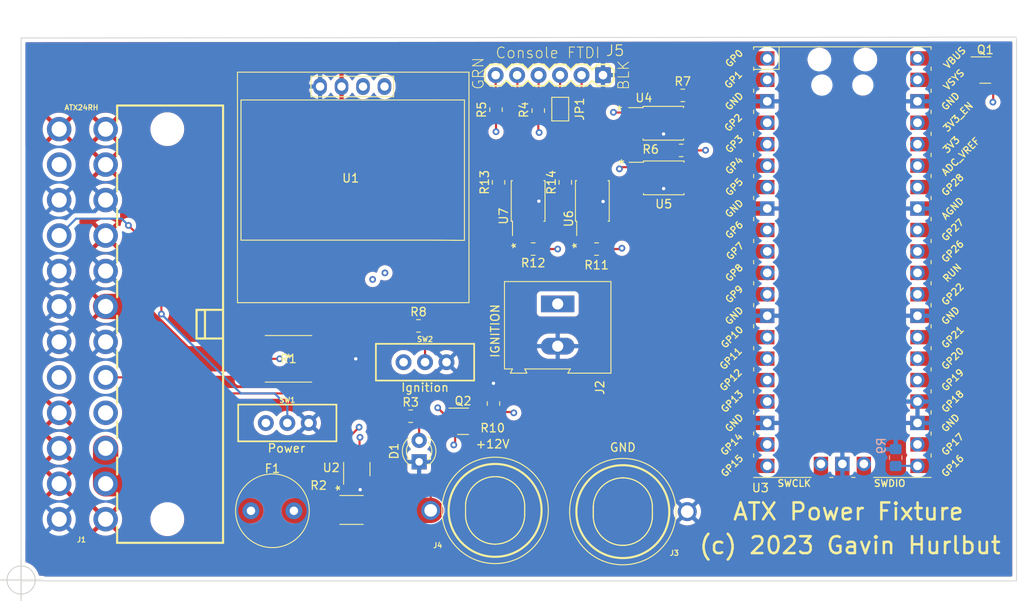
<source format=kicad_pcb>
(kicad_pcb (version 20211014) (generator pcbnew)
  (title_block (title "ATX Power Fixture") (date "2023-01-31") (rev "1.0") (company "Gavin Hurlbut"))
  (layers (0 "F.Cu" signal) (1 "In1.Cu" signal) (2 "In2.Cu" signal) (31 "B.Cu" signal) (34 "B.Paste" user) (35 "F.Paste" user) (36 "B.SilkS" user "B.Silkscreen") (37 "F.SilkS" user "F.Silkscreen") (38 "B.Mask" user) (39 "F.Mask" user) (44 "Edge.Cuts" user))
  (net 0 "")
  (net 1 "GND")
  (net 2 "+12Vin")
  (net 3 "+3V3")
  (net 4 "+5V")
  (net 5 "+12V")
  (net 6 "IGNITION")
  (net 7 "ConsoleCTS")
  (net 8 "ConsoleTX")
  (net 9 "ConsoleRX")
  (net 10 "ConsoleRTS")
  (net 11 "/VBUS")
  (net 12 "/VSYS")
  (net 13 "LocalRX")
  (net 14 "LocalCTS")
  (net 15 "LocalRTS")
  (net 16 "LocalTX")
  (net 17 "SDA")
  (net 18 "SCL")
  (net 19 "Net-(D1-Pad2)")
  (net 20 "Net-(F1-Pad2)")
  (net 21 "Net-(J1-Pad8)")
  (net 24 "Net-(J1-Pad16)")
  (net 26 "Net-(J5-Pad3)")
  (net 27 "Net-(Q2-Pad1)")
  (net 28 "Net-(R4-Pad2)")
  (net 29 "Net-(R5-Pad2)")
  (net 30 "Net-(R8-Pad2)")
  (net 31 "Net-(R12-Pad2)")
  (net 32 "Net-(R11-Pad2)")
  (footprint "SparkFun-Connectors:ATX24_RIGHT_ANGLE" (layer "F.Cu") (at 101.15996 85.69804 90)
    (fp_text reference "J1" (at -25.527 -7.62) (layer "F.SilkS") (effects (font (size 0.6096 0.6096) (thickness 0.127))))
    (fp_text value "ATX24RH" (at 25.654 -7.62) (layer "F.SilkS") (effects (font (size 0.6096 0.6096) (thickness 0.127))))
    (pad "" np_thru_hole circle locked (at -23.09876 2.54 90) (size 2.99974 2.99974) (drill 2.99974) (layers *.Cu *.Mask))
    (pad "" np_thru_hole circle locked (at 23.09876 2.54 90) (size 2.99974 2.99974) (drill 2.99974) (layers *.Cu *.Mask))
    (pad "1" thru_hole circle locked (at 23.09876 -4.75996 90) (size 2.89814 2.89814) (drill 1.79832) (layers *.Cu *.Mask) (net 3 "+3V3"))
    (pad "2" thru_hole circle locked (at 18.8976 -4.75996 90) (size 2.89814 2.89814) (drill 1.79832) (layers *.Cu *.Mask) (net 3 "+3V3"))
    (pad "3" thru_hole circle locked (at 14.69898 -4.75996 90) (size 2.89814 2.89814) (drill 1.79832) (layers *.Cu *.Mask) (net 1 "GND"))
    (pad "4" thru_hole circle locked (at 10.49782 -4.75996 90) (size 2.89814 2.89814) (drill 1.79832) (layers *.Cu *.Mask) (net 4 "+5V"))
    (pad "5" thru_hole circle locked (at 6.2992 -4.75996 90) (size 2.89814 2.89814) (drill 1.79832) (layers *.Cu *.Mask) (net 1 "GND"))
    (pad "6" thru_hole circle locked (at 2.09804 -4.75996 90) (size 2.89814 2.89814) (drill 1.79832) (layers *.Cu *.Mask) (net 4 "+5V"))
    (pad "7" thru_hole circle locked (at -2.09804 -4.75996 90) (size 2.89814 2.89814) (drill 1.79832) (layers *.Cu *.Mask) (net 1 "GND"))
    (pad "8" thru_hole circle locked (at -6.2992 -4.75996 90) (size 2.89814 2.89814) (drill 1.79832) (layers *.Cu *.Mask) (net 21 "Net-(J1-Pad8)"))
    (pad "9" thru_hole circle locked (at -10.49782 -4.75996 90) (size 2.89814 2.89814) (drill 1.79832) (layers *.Cu *.Mask))
    (pad "10" thru_hole circle locked (at -14.69898 -4.75996 90) (size 2.89814 2.89814) (drill 1.79832) (layers *.Cu *.Mask) (net 2 "+12Vin"))
    (pad "11" thru_hole circle locked (at -18.8976 -4.75996 90) (size 2.89814 2.89814) (drill 1.79832) (layers *.Cu *.Mask) (net 2 "+12Vin"))
    (pad "12" thru_hole circle locked (at -23.09876 -4.75996 90) (size 2.89814 2.89814) (drill 1.79832) (layers *.Cu *.Mask) (net 3 "+3V3"))
    (pad "13" thru_hole circle locked (at 23.09876 -10.25906 90) (size 2.89814 2.89814) (drill 1.79832) (layers *.Cu *.Mask) (net 3 "+3V3"))
    (pad "14" thru_hole circle locked (at 18.8976 -10.25906 90) (size 2.89814 2.89814) (drill 1.79832) (layers *.Cu *.Mask))
    (pad "15" thru_hole circle locked (at 14.69898 -10.25906 90) (size 2.89814 2.89814) (drill 1.79832) (layers *.Cu *.Mask) (net 1 "GND"))
    (pad "16" thru_hole circle locked (at 10.49782 -10.25906 90) (size 2.89814 2.89814) (drill 1.79832) (layers *.Cu *.Mask) (net 24 "Net-(J1-Pad16)"))
    (pad "17" thru_hole circle locked (at 6.2992 -10.25906 90) (size 2.89814 2.89814) (drill 1.79832) (layers *.Cu *.Mask) (net 1 "GND"))
    (pad "18" thru_hole circle locked (at 2.09804 -10.25906 90) (size 2.89814 2.89814) (drill 1.79832) (layers *.Cu *.Mask) (net 1 "GND"))
    (pad "19" thru_hole circle locked (at -2.09804 -10.25906 90) (size 2.89814 2.89814) (drill 1.79832) (layers *.Cu *.Mask) (net 1 "GND"))
    (pad "20" thru_hole circle locked (at -6.2992 -10.25906 90) (size 2.89814 2.89814) (drill 1.79832) (layers *.Cu *.Mask))
    (pad "21" thru_hole circle locked (at -10.49782 -10.25906 90) (size 2.89814 2.89814) (drill 1.79832) (layers *.Cu *.Mask) (net 4 "+5V"))
    (pad "22" thru_hole circle locked (at -14.69898 -10.25906 90) (size 2.89814 2.89814) (drill 1.79832) (layers *.Cu *.Mask) (net 4 "+5V"))
    (pad "23" thru_hole circle locked (at -18.8976 -10.25906 90) (size 2.89814 2.89814) (drill 1.79832) (layers *.Cu *.Mask) (net 4 "+5V"))
    (pad "24" thru_hole circle locked (at -23.09876 -10.25906 90) (size 2.89814 2.89814) (drill 1.79832) (layers *.Cu *.Mask) (net 1 "GND"))
  )
  (footprint "TerminalBlock:TerminalBlock_Altech_AK300-2_P5.00mm" (layer "F.Cu") (at 149.9 83.3 -90)
    (fp_text reference "J2" (at 9.9 -5 90) (layer "F.SilkS"))
    (fp_text value "Screw_Terminal_01x02")
    (fp_text user "IGNITION" (at 3.2 7.4 90 unlocked) (layer "F.SilkS"))
    (pad "1" thru_hole rect (at 0 0 270) (size 1.98 3.96) (drill 1.32) (layers *.Cu *.Mask) (net 6 "IGNITION"))
    (pad "2" thru_hole oval (at 5 0 270) (size 1.98 3.96) (drill 1.32) (layers *.Cu *.Mask) (net 1 "GND"))
  )
  (footprint "Package_SO:SO-4_4.4x3.6mm_P2.54mm" (layer "F.Cu") (at 146.4 71.1 90)
    (fp_text reference "U7" (at -1.8 -2.9 90) (layer "F.SilkS"))
    (fp_text value "LTV-355T")
    (fp_text user "*" (at -5.3 -1.4 90 unlocked) (layer "F.SilkS"))
    (pad "1" smd rect (at -3.15 -1.27 90) (size 2 0.64) (layers "F.Cu" "F.Paste" "F.Mask") (net 31 "Net-(R12-Pad2)"))
    (pad "2" smd rect (at -3.15 1.27 90) (size 2 0.64) (layers "F.Cu" "F.Paste" "F.Mask") (net 1 "GND"))
    (pad "3" smd rect (at 3.15 1.27 90) (size 2 0.64) (layers "F.Cu" "F.Paste" "F.Mask") (net 1 "GND"))
    (pad "4" smd rect (at 3.15 -1.27 90) (size 2 0.64) (layers "F.Cu" "F.Paste" "F.Mask") (net 9 "ConsoleRX"))
  )
  (footprint "Resistor_SMD:R_0805_2012Metric_Pad1.20x1.40mm_HandSolder" (layer "F.Cu") (at 142.3 95.1 90)
    (fp_text reference "R10" (at -2.9 -0.1) (layer "F.SilkS"))
    (fp_text value "10k")
    (pad "1" smd roundrect (at -1 0 90) (size 1.2 1.4) (layers "F.Cu" "F.Paste" "F.Mask") (roundrect_rratio 0.2083333333) (net 6 "IGNITION"))
    (pad "2" smd roundrect (at 1 0 90) (size 1.2 1.4) (layers "F.Cu" "F.Paste" "F.Mask") (roundrect_rratio 0.2083333333) (net 1 "GND"))
  )
  (footprint "SparkFun-Connectors:BINDING_POST" (layer "F.Cu") (at 157.609375 107.9 -90)
    (fp_text reference "J3" (at 4.9 -6.090625 180) (layer "F.SilkS") (effects (font (size 0.6096 0.6096) (thickness 0.127))))
    (fp_text value "BINDING_POST")
    (fp_text user "GND" (at -7.6 0 unlocked) (layer "F.SilkS"))
    (pad "P$1" thru_hole circle locked (at 0 -7.62 270) (size 2.2479 2.2479) (drill 1.4986) (layers *.Cu *.Mask) (net 1 "GND"))
  )
  (footprint "Package_SO:SO-4_4.4x3.6mm_P2.54mm" (layer "F.Cu") (at 162.4 61.9)
    (fp_text reference "U4" (at -2.3 -3) (layer "F.SilkS"))
    (fp_text value "LTV-355T")
    (fp_text user "*" (at -5.2 -1.5 unlocked) (layer "F.SilkS"))
    (pad "1" smd rect (at -3.15 -1.27) (size 2 0.64) (layers "F.Cu" "F.Paste" "F.Mask") (net 29 "Net-(R5-Pad2)"))
    (pad "2" smd rect (at -3.15 1.27) (size 2 0.64) (layers "F.Cu" "F.Paste" "F.Mask") (net 1 "GND"))
    (pad "3" smd rect (at 3.15 1.27) (size 2 0.64) (layers "F.Cu" "F.Paste" "F.Mask") (net 1 "GND"))
    (pad "4" smd rect (at 3.15 -1.27) (size 2 0.64) (layers "F.Cu" "F.Paste" "F.Mask") (net 14 "LocalCTS"))
  )
  (footprint "KiCad-SSD1306-128x64:128x64OLED" (layer "F.Cu") (at 125.4 68.15)
    (fp_text reference "U1" (at 0 0.254) (layer "F.SilkS"))
    (fp_text value "SSD1306")
    (pad "1" thru_hole oval locked (at -3.62 -10.6 90) (size 2 1.6) (drill 1) (layers *.Cu *.Mask) (net 1 "GND"))
    (pad "2" thru_hole oval locked (at -1.08 -10.6 90) (size 2 1.6) (drill 1) (layers *.Cu *.Mask) (net 3 "+3V3"))
    (pad "3" thru_hole oval locked (at 1.46 -10.6 90) (size 2 1.6) (drill 1) (layers *.Cu *.Mask) (net 18 "SCL"))
    (pad "4" thru_hole oval locked (at 4 -10.6 90) (size 2 1.6) (drill 1) (layers *.Cu *.Mask) (net 17 "SDA"))
  )
  (footprint "Resistor_SMD:R_0805_2012Metric_Pad1.20x1.40mm_HandSolder" (layer "F.Cu") (at 150.8 68.9 90)
    (fp_text reference "R14" (at 0 -1.65 90) (layer "F.SilkS"))
    (fp_text value "10k")
    (pad "1" smd roundrect (at -1 0 90) (size 1.2 1.4) (layers "F.Cu" "F.Paste" "F.Mask") (roundrect_rratio 0.2083333333) (net 3 "+3V3"))
    (pad "2" smd roundrect (at 1 0 90) (size 1.2 1.4) (layers "F.Cu" "F.Paste" "F.Mask") (roundrect_rratio 0.2083333333) (net 7 "ConsoleCTS"))
  )
  (footprint "Resistor_SMD:R_0805_2012Metric_Pad1.20x1.40mm_HandSolder" (layer "F.Cu") (at 142.6 60.3 -90)
    (fp_text reference "R5" (at 0 1.7 90) (layer "F.SilkS"))
    (fp_text value "220R")
    (pad "1" smd roundrect (at -1 0 270) (size 1.2 1.4) (layers "F.Cu" "F.Paste" "F.Mask") (roundrect_rratio 0.2083333333) (net 10 "ConsoleRTS"))
    (pad "2" smd roundrect (at 1 0 270) (size 1.2 1.4) (layers "F.Cu" "F.Paste" "F.Mask") (roundrect_rratio 0.2083333333) (net 29 "Net-(R5-Pad2)"))
  )
  (footprint "SparkFun-Connectors:BINDING_POST" (layer "F.Cu") (at 142.490625 107.753676 90)
    (fp_text reference "J4" (at -4.146324 -6.790625 180) (layer "F.SilkS") (effects (font (size 0.6096 0.6096) (thickness 0.127))))
    (fp_text value "BINDING_POST")
    (fp_text user "+12V" (at 7.853676 -0.290625 unlocked) (layer "F.SilkS"))
    (pad "P$1" thru_hole circle locked (at 0 -7.62 90) (size 2.2479 2.2479) (drill 1.4986) (layers *.Cu *.Mask) (net 5 "+12V"))
  )
  (footprint "UltraLibrarian:355010RFT" (layer "F.Cu") (at 118.0423 89.8 180)
    (fp_text reference "R1" (at 0 0) (layer "F.SilkS"))
    (fp_text value "10R 5W")
    (fp_text user "*" (at 0 0) (layer "F.SilkS"))
    (pad "1" smd rect locked (at -4.4577 0 180) (size 2.794 5.2578) (layers "F.Cu" "F.Paste" "F.Mask") (net 1 "GND"))
    (pad "2" smd rect locked (at 4.4577 0 180) (size 2.794 5.2578) (layers "F.Cu" "F.Paste" "F.Mask") (net 4 "+5V"))
  )
  (footprint "RPi_Pico:RPi_Pico_SMD_TH" (layer "F.Cu") (at 183.59 78.35)
    (fp_text reference "U3" (at -9.7 26.745) (layer "F.SilkS"))
    (fp_text value "Pico")
    (fp_text user "GP5" (at -12.8 -8.89 45) (layer "F.SilkS") (effects (font (size 0.8 0.8))))
    (fp_text user "RUN" (at 13 1.27 45) (layer "F.SilkS") (effects (font (size 0.8 0.8))))
    (fp_text user "GP0" (at -12.8 -24.13 45) (layer "F.SilkS") (effects (font (size 0.8 0.8))))
    (fp_text user "GP12" (at -13.2 13.97 45) (layer "F.SilkS") (effects (font (size 0.8 0.8))))
    (fp_text user "GP11" (at -13.2 11.43 45) (layer "F.SilkS") (effects (font (size 0.8 0.8))))
    (fp_text user "GND" (at 12.8 19.05 45) (layer "F.SilkS") (effects (font (size 0.8 0.8))))
    (fp_text user "GP8" (at -12.8 1.27 45) (layer "F.SilkS") (effects (font (size 0.8 0.8))))
    (fp_text user "GP18" (at 13.054 16.51 45) (layer "F.SilkS") (effects (font (size 0.8 0.8))))
    (fp_text user "GND" (at 12.8 -19.05 45) (layer "F.SilkS") (effects (font (size 0.8 0.8))))
    (fp_text user "GP22" (at 13.054 3.81 45) (layer "F.SilkS") (effects (font (size 0.8 0.8))))
    (fp_text user "3V3_EN" (at 13.7 -17.2 45) (layer "F.SilkS") (effects (font (size 0.8 0.8))))
    (fp_text user "GP7" (at -12.7 -1.3 45) (layer "F.SilkS") (effects (font (size 0.8 0.8))))
    (fp_text user "GP26" (at 13.054 -1.27 45) (layer "F.SilkS") (effects (font (size 0.8 0.8))))
    (fp_text user "AGND" (at 13.054 -6.35 45) (layer "F.SilkS") (effects (font (size 0.8 0.8))))
    (fp_text user "GP16" (at 13.054 24.13 45) (layer "F.SilkS") (effects (font (size 0.8 0.8))))
    (fp_text user "GP9" (at -12.8 3.81 45) (layer "F.SilkS") (effects (font (size 0.8 0.8))))
    (fp_text user "GP2" (at -12.9 -16.51 45) (layer "F.SilkS") (effects (font (size 0.8 0.8))))
    (fp_text user "GP4" (at -12.8 -11.43 45) (layer "F.SilkS") (effects (font (size 0.8 0.8))))
    (fp_text user "3V3" (at 12.9 -13.9 45) (layer "F.SilkS") (effects (font (size 0.8 0.8))))
    (fp_text user "ADC_VREF" (at 14 -12.5 45) (layer "F.SilkS") (effects (font (size 0.8 0.8))))
    (fp_text user "GP28" (at 13.054 -9.144 45) (layer "F.SilkS") (effects (font (size 0.8 0.8))))
    (fp_text user "GP20" (at 13.054 11.43 45) (layer "F.SilkS") (effects (font (size 0.8 0.8))))
    (fp_text user "GP6" (at -12.8 -3.81 45) (layer "F.SilkS") (effects (font (size 0.8 0.8))))
    (fp_text user "GP27" (at 13.054 -3.8 45) (layer "F.SilkS") (effects (font (size 0.8 0.8))))
    (fp_text user "VBUS" (at 13.3 -24.2 45) (layer "F.SilkS") (effects (font (size 0.8 0.8))))
    (fp_text user "GND" (at -12.8 19.05 45) (layer "F.SilkS") (effects (font (size 0.8 0.8))))
    (fp_text user "GP10" (at -13.054 8.89 45) (layer "F.SilkS") (effects (font (size 0.8 0.8))))
    (fp_text user "SWCLK" (at -5.7 26.2) (layer "F.SilkS") (effects (font (size 0.8 0.8))))
    (fp_text user "GND" (at -12.8 -6.35 45) (layer "F.SilkS") (effects (font (size 0.8 0.8))))
    (fp_text user "GP19" (at 13.054 13.97 45) (layer "F.SilkS") (effects (font (size 0.8 0.8))))
    (fp_text user "GP21" (at 13.054 8.9 45) (layer "F.SilkS") (effects (font (size 0.8 0.8))))
    (fp_text user "GP13" (at -13.054 16.51 45) (layer "F.SilkS") (effects (font (size 0.8 0.8))))
    (fp_text user "GP3" (at -12.8 -13.97 45) (layer "F.SilkS") (effects (font (size 0.8 0.8))))
    (fp_text user "GP14" (at -13.1 21.59 45) (layer "F.SilkS") (effects (font (size 0.8 0.8))))
    (fp_text user "SWDIO" (at 5.6 26.2) (layer "F.SilkS") (effects (font (size 0.8 0.8))))
    (fp_text user "GND" (at -12.8 6.35 45) (layer "F.SilkS") (effects (font (size 0.8 0.8))))
    (fp_text user "GND" (at 12.8 6.35 45) (layer "F.SilkS") (effects (font (size 0.8 0.8))))
    (fp_text user "VSYS" (at 13.2 -21.59 45) (layer "F.SilkS") (effects (font (size 0.8 0.8))))
    (fp_text user "GP1" (at -12.9 -21.6 45) (layer "F.SilkS") (effects (font (size 0.8 0.8))))
    (fp_text user "GP15" (at -13.054 24.13 45) (layer "F.SilkS") (effects (font (size 0.8 0.8))))
    (fp_text user "GP17" (at 13.054 21.59 45) (layer "F.SilkS") (effects (font (size 0.8 0.8))))
    (fp_text user "GND" (at -12.8 -19.05 45) (layer "F.SilkS") (effects (font (size 0.8 0.8))))
    (pad "" np_thru_hole oval (at 2.725 -24) (size 1.8 1.8) (drill 1.8) (layers *.Cu *.Mask))
    (pad "" np_thru_hole oval (at -2.425 -20.97) (size 1.5 1.5) (drill 1.5) (layers *.Cu *.Mask))
    (pad "" np_thru_hole oval (at 2.425 -20.97) (size 1.5 1.5) (drill 1.5) (layers *.Cu *.Mask))
    (pad "" np_thru_hole oval (at -2.725 -24) (size 1.8 1.8) (drill 1.8) (layers *.Cu *.Mask))
    (pad "1" thru_hole oval (at -8.89 -24.13) (size 1.7 1.7) (drill 1.02) (layers *.Cu *.Mask) (net 16 "LocalTX"))
    (pad "1" smd rect (at -8.89 -24.13) (size 3.5 1.7) (drill (offset -0.9 0)) (layers "F.Cu" "F.Mask") (net 16 "LocalTX"))
    (pad "2" thru_hole oval (at -8.89 -21.59) (size 1.7 1.7) (drill 1.02) (layers *.Cu *.Mask) (net 13 "LocalRX"))
    (pad "2" smd rect (at -8.89 -21.59) (size 3.5 1.7) (drill (offset -0.9 0)) (layers "F.Cu" "F.Mask") (net 13 "LocalRX"))
    (pad "3" thru_hole rect (at -8.89 -19.05) (size 1.7 1.7) (drill 1.02) (layers *.Cu *.Mask) (net 1 "GND"))
    (pad "3" smd rect (at -8.89 -19.05) (size 3.5 1.7) (drill (offset -0.9 0)) (layers "F.Cu" "F.Mask") (net 1 "GND"))
    (pad "4" smd rect (at -8.89 -16.51) (size 3.5 1.7) (drill (offset -0.9 0)) (layers "F.Cu" "F.Mask") (net 15 "LocalRTS"))
    (pad "4" thru_hole oval (at -8.89 -16.51) (size 1.7 1.7) (drill 1.02) (layers *.Cu *.Mask) (net 15 "LocalRTS"))
    (pad "5" thru_hole oval (at -8.89 -13.97) (size 1.7 1.7) (drill 1.02) (layers *.Cu *.Mask) (net 14 "LocalCTS"))
    (pad "5" smd rect (at -8.89 -13.97) (size 3.5 1.7) (drill (offset -0.9 0)) (layers "F.Cu" "F.Mask") (net 14 "LocalCTS"))
    (pad "6" thru_hole oval (at -8.89 -11.43) (size 1.7 1.7) (drill 1.02) (layers *.Cu *.Mask))
    (pad "6" smd rect (at -8.89 -11.43) (size 3.5 1.7) (drill (offset -0.9 0)) (layers "F.Cu" "F.Mask"))
    (pad "7" smd rect (at -8.89 -8.89) (size 3.5 1.7) (drill (offset -0.9 0)) (layers "F.Cu" "F.Mask"))
    (pad "7" thru_hole oval (at -8.89 -8.89) (size 1.7 1.7) (drill 1.02) (layers *.Cu *.Mask))
    (pad "8" thru_hole rect (at -8.89 -6.35) (size 1.7 1.7) (drill 1.02) (layers *.Cu *.Mask) (net 1 "GND"))
    (pad "8" smd rect (at -8.89 -6.35) (size 3.5 1.7) (drill (offset -0.9 0)) (layers "F.Cu" "F.Mask") (net 1 "GND"))
    (pad "9" thru_hole oval (at -8.89 -3.81) (size 1.7 1.7) (drill 1.02) (layers *.Cu *.Mask))
    (pad "9" smd rect (at -8.89 -3.81) (size 3.5 1.7) (drill (offset -0.9 0)) (layers "F.Cu" "F.Mask"))
    (pad "10" smd rect (at -8.89 -1.27) (size 3.5 1.7) (drill (offset -0.9 0)) (layers "F.Cu" "F.Mask"))
    (pad "10" thru_hole oval (at -8.89 -1.27) (size 1.7 1.7) (drill 1.02) (layers *.Cu *.Mask))
    (pad "11" smd rect (at -8.89 1.27) (size 3.5 1.7) (drill (offset -0.9 0)) (layers "F.Cu" "F.Mask") (net 17 "SDA"))
    (pad "11" thru_hole oval (at -8.89 1.27) (size 1.7 1.7) (drill 1.02) (layers *.Cu *.Mask) (net 17 "SDA"))
    (pad "12" smd rect (at -8.89 3.81) (size 3.5 1.7) (drill (offset -0.9 0)) (layers "F.Cu" "F.Mask") (net 18 "SCL"))
    (pad "12" thru_hole oval (at -8.89 3.81) (size 1.7 1.7) (drill 1.02) (layers *.Cu *.Mask) (net 18 "SCL"))
    (pad "13" thru_hole rect (at -8.89 6.35) (size 1.7 1.7) (drill 1.02) (layers *.Cu *.Mask) (net 1 "GND"))
    (pad "13" smd rect (at -8.89 6.35) (size 3.5 1.7) (drill (offset -0.9 0)) (layers "F.Cu" "F.Mask") (net 1 "GND"))
    (pad "14" thru_hole oval (at -8.89 8.89) (size 1.7 1.7) (drill 1.02) (layers *.Cu *.Mask))
    (pad "14" smd rect (at -8.89 8.89) (size 3.5 1.7) (drill (offset -0.9 0)) (layers "F.Cu" "F.Mask"))
    (pad "15" smd rect (at -8.89 11.43) (size 3.5 1.7) (drill (offset -0.9 0)) (layers "F.Cu" "F.Mask"))
    (pad "15" thru_hole oval (at -8.89 11.43) (size 1.7 1.7) (drill 1.02) (layers *.Cu *.Mask))
    (pad "16" smd rect (at -8.89 13.97) (size 3.5 1.7) (drill (offset -0.9 0)) (layers "F.Cu" "F.Mask"))
    (pad "16" thru_hole oval (at -8.89 13.97) (size 1.7 1.7) (drill 1.02) (layers *.Cu *.Mask))
    (pad "17" thru_hole oval (at -8.89 16.51) (size 1.7 1.7) (drill 1.02) (layers *.Cu *.Mask))
    (pad "17" smd rect (at -8.89 16.51) (size 3.5 1.7) (drill (offset -0.9 0)) (layers "F.Cu" "F.Mask"))
    (pad "18" thru_hole rect (at -8.89 19.05) (size 1.7 1.7) (drill 1.02) (layers *.Cu *.Mask) (net 1 "GND"))
    (pad "18" smd rect (at -8.89 19.05) (size 3.5 1.7) (drill (offset -0.9 0)) (layers "F.Cu" "F.Mask") (net 1 "GND"))
    (pad "19" thru_hole oval (at -8.89 21.59) (size 1.7 1.7) (drill 1.02) (layers *.Cu *.Mask))
    (pad "19" smd rect (at -8.89 21.59) (size 3.5 1.7) (drill (offset -0.9 0)) (layers "F.Cu" "F.Mask"))
    (pad "20" smd rect (at -8.89 24.13) (size 3.5 1.7) (drill (offset -0.9 0)) (layers "F.Cu" "F.Mask"))
    (pad "20" thru_hole oval (at -8.89 24.13) (size 1.7 1.7) (drill 1.02) (layers *.Cu *.Mask))
    (pad "21" thru_hole oval (at 8.89 24.13) (size 1.7 1.7) (drill 1.02) (layers *.Cu *.Mask) (net 27 "Net-(Q2-Pad1)"))
    (pad "21" smd rect (at 8.89 24.13) (size 3.5 1.7) (drill (offset 0.9 0)) (layers "F.Cu" "F.Mask") (net 27 "Net-(Q2-Pad1)"))
    (pad "22" smd rect (at 8.89 21.59) (size 3.5 1.7) (drill (offset 0.9 0)) (layers "F.Cu" "F.Mask") (net 30 "Net-(R8-Pad2)"))
    (pad "22" thru_hole oval (at 8.89 21.59) (size 1.7 1.7) (drill 1.02) (layers *.Cu *.Mask) (net 30 "Net-(R8-Pad2)"))
    (pad "23" smd rect (at 8.89 19.05) (size 3.5 1.7) (drill (offset 0.9 0)) (layers "F.Cu" "F.Mask") (net 1 "GND"))
    (pad "23" thru_hole rect (at 8.89 19.05) (size 1.7 1.7) (drill 1.02) (layers *.Cu *.Mask) (net 1 "GND"))
    (pad "24" smd rect (at 8.89 16.51) (size 3.5 1.7) (drill (offset 0.9 0)) (layers "F.Cu" "F.Mask") (net 1 "GND"))
    (pad "24" thru_hole oval (at 8.89 16.51) (size 1.7 1.7) (drill 1.02) (layers *.Cu *.Mask) (net 1 "GND"))
    (pad "25" thru_hole oval (at 8.89 13.97) (size 1.7 1.7) (drill 1.02) (layers *.Cu *.Mask))
    (pad "25" smd rect (at 8.89 13.97) (size 3.5 1.7) (drill (offset 0.9 0)) (layers "F.Cu" "F.Mask"))
    (pad "26" thru_hole oval (at 8.89 11.43) (size 1.7 1.7) (drill 1.02) (layers *.Cu *.Mask))
    (pad "26" smd rect (at 8.89 11.43) (size 3.5 1.7) (drill (offset 0.9 0)) (layers "F.Cu" "F.Mask"))
    (pad "27" smd rect (at 8.89 8.89) (size 3.5 1.7) (drill (offset 0.9 0)) (layers "F.Cu" "F.Mask"))
    (pad "27" thru_hole oval (at 8.89 8.89) (size 1.7 1.7) (drill 1.02) (layers *.Cu *.Mask))
    (pad "28" thru_hole rect (at 8.89 6.35) (size 1.7 1.7) (drill 1.02) (layers *.Cu *.Mask) (net 1 "GND"))
    (pad "28" smd rect (at 8.89 6.35) (size 3.5 1.7) (drill (offset 0.9 0)) (layers "F.Cu" "F.Mask") (net 1 "GND"))
    (pad "29" thru_hole oval (at 8.89 3.81) (size 1.7 1.7) (drill 1.02) (layers *.Cu *.Mask))
    (pad "29" smd rect (at 8.89 3.81) (size 3.5 1.7) (drill (offset 0.9 0)) (layers "F.Cu" "F.Mask"))
    (pad "30" thru_hole oval (at 8.89 1.27) (size 1.7 1.7) (drill 1.02) (layers *.Cu *.Mask))
    (pad "30" smd rect (at 8.89 1.27) (size 3.5 1.7) (drill (offset 0.9 0)) (layers "F.Cu" "F.Mask"))
    (pad "31" smd rect (at 8.89 -1.27) (size 3.5 1.7) (drill (offset 0.9 0)) (layers "F.Cu" "F.Mask"))
    (pad "31" thru_hole oval (at 8.89 -1.27) (size 1.7 1.7) (drill 1.02) (layers *.Cu *.Mask))
    (pad "32" smd rect (at 8.89 -3.81) (size 3.5 1.7) (drill (offset 0.9 0)) (layers "F.Cu" "F.Mask"))
    (pad "32" thru_hole oval (at 8.89 -3.81) (size 1.7 1.7) (drill 1.02) (layers *.Cu *.Mask))
    (pad "33" smd rect (at 8.89 -6.35) (size 3.5 1.7) (drill (offset 0.9 0)) (layers "F.Cu" "F.Mask") (net 1 "GND"))
    (pad "33" thru_hole rect (at 8.89 -6.35) (size 1.7 1.7) (drill 1.02) (layers *.Cu *.Mask) (net 1 "GND"))
    (pad "34" smd rect (at 8.89 -8.89) (size 3.5 1.7) (drill (offset 0.9 0)) (layers "F.Cu" "F.Mask"))
    (pad "34" thru_hole oval (at 8.89 -8.89) (size 1.7 1.7) (drill 1.02) (layers *.Cu *.Mask))
    (pad "35" smd rect (at 8.89 -11.43) (size 3.5 1.7) (drill (offset 0.9 0)) (layers "F.Cu" "F.Mask"))
    (pad "35" thru_hole oval (at 8.89 -11.43) (size 1.7 1.7) (drill 1.02) (layers *.Cu *.Mask))
    (pad "36" smd rect (at 8.89 -13.97) (size 3.5 1.7) (drill (offset 0.9 0)) (layers "F.Cu" "F.Mask"))
    (pad "36" thru_hole oval (at 8.89 -13.97) (size 1.7 1.7) (drill 1.02) (layers *.Cu *.Mask))
    (pad "37" thru_hole oval (at 8.89 -16.51) (size 1.7 1.7) (drill 1.02) (layers *.Cu *.Mask))
    (pad "37" smd rect (at 8.89 -16.51) (size 3.5 1.7) (drill (offset 0.9 0)) (layers "F.Cu" "F.Mask"))
    (pad "38" smd rect (at 8.89 -19.05) (size 3.5 1.7) (drill (offset 0.9 0)) (layers "F.Cu" "F.Mask") (net 1 "GND"))
    (pad "38" thru_hole rect (at 8.89 -19.05) (size 1.7 1.7) (drill 1.02) (layers *.Cu *.Mask) (net 1 "GND"))
    (pad "39" smd rect (at 8.89 -21.59) (size 3.5 1.7) (drill (offset 0.9 0)) (layers "F.Cu" "F.Mask") (net 12 "/VSYS"))
    (pad "39" thru_hole oval (at 8.89 -21.59) (size 1.7 1.7) (drill 1.02) (layers *.Cu *.Mask) (net 12 "/VSYS"))
    (pad "40" smd rect (at 8.89 -24.13) (size 3.5 1.7) (drill (offset 0.9 0)) (layers "F.Cu" "F.Mask") (net 11 "/VBUS"))
    (pad "40" thru_hole oval (at 8.89 -24.13) (size 1.7 1.7) (drill 1.02) (layers *.Cu *.Mask) (net 11 "/VBUS"))
    (pad "41" thru_hole oval (at -2.54 23.9) (size 1.7 1.7) (drill 1.02) (layers *.Cu *.Mask))
    (pad "41" smd rect (at -2.54 23.9 90) (size 3.5 1.7) (drill (offset -0.9 0)) (layers "F.Cu" "F.Mask"))
    (pad "42" smd rect (at 0 23.9 90) (size 3.5 1.7) (drill (offset -0.9 0)) (layers "F.Cu" "F.Mask") (net 1 "GND"))
    (pad "42" thru_hole rect (at 0 23.9) (size 1.7 1.7) (drill 1.02) (layers *.Cu *.Mask) (net 1 "GND"))
    (pad "43" thru_hole oval (at 2.54 23.9) (size 1.7 1.7) (drill 1.02) (layers *.Cu *.Mask))
    (pad "43" smd rect (at 2.54 23.9 90) (size 3.5 1.7) (drill (offset -0.9 0)) (layers "F.Cu" "F.Mask"))
  )
  (footprint "Resistor_SMD:R_1812_4532Metric_Pad1.30x3.40mm_HandSolder" (layer "F.Cu") (at 125.5 107.7)
    (fp_text reference "R2" (at -3.9 -2.9) (layer "F.SilkS"))
    (fp_text value "32m 2W")
    (pad "1" smd roundrect (at -2.225 0) (size 1.3 3.4) (layers "F.Cu" "F.Paste" "F.Mask") (roundrect_rratio 0.1923076923) (net 20 "Net-(F1-Pad2)"))
    (pad "2" smd roundrect (at 2.225 0) (size 1.3 3.4) (layers "F.Cu" "F.Paste" "F.Mask") (roundrect_rratio 0.1923076923) (net 5 "+12V"))
  )
  (footprint "Resistor_SMD:R_0805_2012Metric_Pad1.20x1.40mm_HandSolder" (layer "F.Cu") (at 133.425 85.9)
    (fp_text reference "R8" (at 0 -1.65) (layer "F.SilkS"))
    (fp_text value "10k")
    (pad "1" smd roundrect (at -1 0) (size 1.2 1.4) (layers "F.Cu" "F.Paste" "F.Mask") (roundrect_rratio 0.2083333333) (net 3 "+3V3"))
    (pad "2" smd roundrect (at 1 0) (size 1.2 1.4) (layers "F.Cu" "F.Paste" "F.Mask") (roundrect_rratio 0.2083333333) (net 30 "Net-(R8-Pad2)"))
  )
  (footprint "Package_SO:SO-4_4.4x3.6mm_P2.54mm" (layer "F.Cu") (at 162.45 68.37)
    (fp_text reference "U5" (at 0 3.1) (layer "F.SilkS"))
    (fp_text value "LTV-355T")
    (fp_text user "*" (at -5 -1.6 unlocked) (layer "F.SilkS"))
    (pad "1" smd rect (at -3.15 -1.27) (size 2 0.64) (layers "F.Cu" "F.Paste" "F.Mask") (net 28 "Net-(R4-Pad2)"))
    (pad "2" smd rect (at -3.15 1.27) (size 2 0.64) (layers "F.Cu" "F.Paste" "F.Mask") (net 1 "GND"))
    (pad "3" smd rect (at 3.15 1.27) (size 2 0.64) (layers "F.Cu" "F.Paste" "F.Mask") (net 1 "GND"))
    (pad "4" smd rect (at 3.15 -1.27) (size 2 0.64) (layers "F.Cu" "F.Paste" "F.Mask") (net 13 "LocalRX"))
  )
  (footprint "Package_TO_SOT_SMD:SOT-23" (layer "F.Cu") (at 200.5 55.6)
    (fp_text reference "Q1" (at 0 -2.4) (layer "F.SilkS"))
    (fp_text value "DMG2301L")
    (pad "1" smd roundrect (at -0.9375 -0.95) (size 1.475 0.6) (layers "F.Cu" "F.Paste" "F.Mask") (net 11 "/VBUS"))
    (pad "2" smd roundrect (at -0.9375 0.95) (size 1.475 0.6) (layers "F.Cu" "F.Paste" "F.Mask") (net 12 "/VSYS"))
    (pad "3" smd roundrect (at 0.9375 0) (size 1.475 0.6) (layers "F.Cu" "F.Paste" "F.Mask") (net 4 "+5V"))
  )
  (footprint "Package_SO:SO-4_4.4x3.6mm_P2.54mm" (layer "F.Cu") (at 154 71.1 90)
    (fp_text reference "U6" (at -2.1 -2.8 90) (layer "F.SilkS"))
    (fp_text value "LTV-355T")
    (fp_text user "*" (at -5.3 -1.8 90 unlocked) (layer "F.SilkS"))
    (pad "1" smd rect (at -3.15 -1.27 90) (size 2 0.64) (layers "F.Cu" "F.Paste" "F.Mask") (net 32 "Net-(R11-Pad2)"))
    (pad "2" smd rect (at -3.15 1.27 90) (size 2 0.64) (layers "F.Cu" "F.Paste" "F.Mask") (net 1 "GND"))
    (pad "3" smd rect (at 3.15 1.27 90) (size 2 0.64) (layers "F.Cu" "F.Paste" "F.Mask") (net 1 "GND"))
    (pad "4" smd rect (at 3.15 -1.27 90) (size 2 0.64) (layers "F.Cu" "F.Paste" "F.Mask") (net 7 "ConsoleCTS"))
  )
  (footprint "Resistor_SMD:R_0805_2012Metric_Pad1.20x1.40mm_HandSolder" (layer "F.Cu") (at 147 76.8 180)
    (fp_text reference "R12" (at 0 -1.65) (layer "F.SilkS"))
    (fp_text value "220R")
    (pad "1" smd roundrect (at -1 0 180) (size 1.2 1.4) (layers "F.Cu" "F.Paste" "F.Mask") (roundrect_rratio 0.2083333333) (net 16 "LocalTX"))
    (pad "2" smd roundrect (at 1 0 180) (size 1.2 1.4) (layers "F.Cu" "F.Paste" "F.Mask") (roundrect_rratio 0.2083333333) (net 31 "Net-(R12-Pad2)"))
  )
  (footprint "SparkFun-Switches:SWITCH_SPDT_PTH_11.6X4.0MM" (layer "F.Cu") (at 134.2 90.2 -90)
    (fp_text reference "SW2" (at -2.7178 0) (layer "F.SilkS") (effects (font (size 0.6096 0.6096) (thickness 0.127))))
    (fp_text value "SW_SPST")
    (fp_text user "Ignition" (at 3 0 unlocked) (layer "F.SilkS"))
    (pad "1" thru_hole circle locked (at 0 -2.54 270) (size 1.8796 1.8796) (drill 1.016) (layers *.Cu *.Mask) (net 1 "GND"))
    (pad "2" thru_hole circle locked (at 0 0 270) (size 1.8796 1.8796) (drill 1.016) (layers *.Cu *.Mask) (net 30 "Net-(R8-Pad2)"))
    (pad "3" thru_hole circle locked (at 0 2.54 270) (size 1.8796 1.8796) (drill 1.016) (layers *.Cu *.Mask))
  )
  (footprint "Resistor_SMD:R_0805_2012Metric_Pad1.20x1.40mm_HandSolder" (layer "F.Cu") (at 132.5 96.6)
    (fp_text reference "R3" (at 0 -1.65) (layer "F.SilkS"))
    (fp_text value "220R")
    (pad "1" smd roundrect (at -1 0) (size 1.2 1.4) (layers "F.Cu" "F.Paste" "F.Mask") (roundrect_rratio 0.2083333333) (net 21 "Net-(J1-Pad8)"))
    (pad "2" smd roundrect (at 1 0) (size 1.2 1.4) (layers "F.Cu" "F.Paste" "F.Mask") (roundrect_rratio 0.2083333333) (net 19 "Net-(D1-Pad2)"))
  )
  (footprint "Beirdo:FTDI_BASIC" (layer "F.Cu") (at 155.26 56.2 180)
    (fp_text reference "J5" (at -1.44 2.9) (layer "F.SilkS") (effects (font (size 1.27 1.27) (thickness 0.127))))
    (fp_text value "Console FTDI" (at 6.5278 2.6416) (layer "F.SilkS") (effects (font (size 1.27 1.27) (thickness 0.1016))))
    (fp_text user "BLK" (at -2.44 0 90) (layer "F.SilkS") (effects (font (size 1.27 1.27) (thickness 0.1016))))
    (fp_text user "GRN" (at 14.76 0.2 90) (layer "F.SilkS") (effects (font (size 1.27 1.27) (thickness 0.1016))))
    (pad "1" thru_hole rect (at 0 0 180) (size 1.8796 1.8796) (drill 1.016) (layers *.Cu "F.Paste" "F.Mask") (net 1 "GND"))
    (pad "2" thru_hole circle (at 2.54 0 180) (size 1.8796 1.8796) (drill 1.016) (layers *.Cu "F.Paste" "F.Mask") (net 7 "ConsoleCTS"))
    (pad "3" thru_hole circle (at 5.08 0 180) (size 1.8796 1.8796) (drill 1.016) (layers *.Cu "F.Paste" "F.Mask") (net 26 "Net-(J5-Pad3)"))
    (pad "4" thru_hole circle (at 7.62 0 180) (size 1.8796 1.8796) (drill 1.016) (layers *.Cu "F.Paste" "F.Mask") (net 8 "ConsoleTX"))
    (pad "5" thru_hole circle (at 10.16 0 180) (size 1.8796 1.8796) (drill 1.016) (layers *.Cu "F.Paste" "F.Mask") (net 9 "ConsoleRX"))
    (pad "6" thru_hole circle (at 12.7 0 180) (size 1.8796 1.8796) (drill 1.016) (layers *.Cu "F.Paste" "F.Mask") (net 10 "ConsoleRTS"))
  )
  (footprint "Package_TO_SOT_SMD:SOT-23" (layer "F.Cu") (at 138.7 97.2)
    (fp_text reference "Q2" (at 0 -2.4) (layer "F.SilkS"))
    (fp_text value "2N7002")
    (pad "1" smd roundrect (at -0.9375 -0.95) (size 1.475 0.6) (layers "F.Cu" "F.Paste" "F.Mask") (net 27 "Net-(Q2-Pad1)"))
    (pad "2" smd roundrect (at -0.9375 0.95) (size 1.475 0.6) (layers "F.Cu" "F.Paste" "F.Mask") (net 6 "IGNITION"))
    (pad "3" smd roundrect (at 0.9375 0) (size 1.475 0.6) (layers "F.Cu" "F.Paste" "F.Mask") (net 5 "+12V"))
  )
  (footprint "LED_THT:LED_D3.0mm" (layer "F.Cu") (at 133.5 102 90)
    (fp_text reference "D1" (at 1.27 -2.96 90) (layer "F.SilkS"))
    (fp_text value "LED")
    (pad "1" thru_hole rect (at 0 0 90) (size 1.8 1.8) (drill 0.9) (layers *.Cu *.Mask) (net 1 "GND"))
    (pad "2" thru_hole circle (at 2.54 0 90) (size 1.8 1.8) (drill 0.9) (layers *.Cu *.Mask) (net 19 "Net-(D1-Pad2)"))
  )
  (footprint "Fuse:Fuse_Littelfuse_372_D8.50mm" (layer "F.Cu") (at 113.6 107.8)
    (fp_text reference "F1" (at 2.54 -5) (layer "F.SilkS"))
    (fp_text value "8A 30V")
    (pad "1" thru_hole circle (at 0 0) (size 2 2) (drill 1) (layers *.Cu *.Mask) (net 2 "+12Vin"))
    (pad "2" thru_hole circle (at 5.08 0) (size 2 2) (drill 1) (layers *.Cu *.Mask) (net 20 "Net-(F1-Pad2)"))
  )
  (footprint "Resistor_SMD:R_0805_2012Metric_Pad1.20x1.40mm_HandSolder" (layer "F.Cu") (at 147.6 60.4 -90)
    (fp_text reference "R4" (at -0.1 1.7 90) (layer "F.SilkS"))
    (fp_text value "220R")
    (pad "1" smd roundrect (at -1 0 270) (size 1.2 1.4) (layers "F.Cu" "F.Paste" "F.Mask") (roundrect_rratio 0.2083333333) (net 8 "ConsoleTX"))
    (pad "2" smd roundrect (at 1 0 270) (size 1.2 1.4) (layers "F.Cu" "F.Paste" "F.Mask") (roundrect_rratio 0.2083333333) (net 28 "Net-(R4-Pad2)"))
  )
  (footprint "Jumper:SolderJumper-2_P1.3mm_Open_TrianglePad1.0x1.5mm" (layer "F.Cu") (at 150.2 60.225 90)
    (fp_text reference "JP1" (at 0 2.3 90) (layer "F.SilkS"))
    (fp_text value "Solder Jumper")
    (pad "1" smd custom (at -0.725 0 90) (size 0.3 0.3) (layers "F.Cu" "F.Mask") (net 3 "+3V3") (options (clearance outline) (anchor rect)) (primitives (gr_poly (pts (xy 1 0) (xy 0.5 0.75) (xy -0.5 0.75) (xy -0.5 -0.75) (xy 0.5 -0.75)) (width 0) (fill yes))))
    (pad "2" smd custom (at 0.725 0 90) (size 0.3 0.3) (layers "F.Cu" "F.Mask") (net 26 "Net-(J5-Pad3)") (options (clearance outline) (anchor rect)) (primitives (gr_poly (pts (xy 0.5 0.75) (xy -0.65 0.75) (xy -0.15 0) (xy -0.65 -0.75) (xy 0.5 -0.75)) (width 0) (fill yes))))
  )
  (footprint "Package_TO_SOT_SMD:SOT-23-8" (layer "F.Cu") (at 126.125 102.8625 90)
    (fp_text reference "U2" (at 0.1625 -3.025 180) (layer "F.SilkS"))
    (fp_text value "INA219BxDCN")
    (fp_text user "*" (at -2.2375 -1.925 90 unlocked) (layer "F.SilkS"))
    (pad "1" smd roundrect (at -1.1375 -0.975 90) (size 1.325 0.5) (layers "F.Cu" "F.Paste" "F.Mask") (net 20 "Net-(F1-Pad2)"))
    (pad "2" smd roundrect (at -1.1375 -0.325 90) (size 1.325 0.5) (layers "F.Cu" "F.Paste" "F.Mask") (net 5 "+12V"))
    (pad "3" smd roundrect (at -1.1375 0.325 90) (size 1.325 0.5) (layers "F.Cu" "F.Paste" "F.Mask") (net 1 "GND"))
    (pad "4" smd roundrect (at -1.1375 0.975 90) (size 1.325 0.5) (layers "F.Cu" "F.Paste" "F.Mask") (net 3 "+3V3"))
    (pad "5" smd roundrect (at 1.1375 0.975 90) (size 1.325 0.5) (layers "F.Cu" "F.Paste" "F.Mask") (net 18 "SCL"))
    (pad "6" smd roundrect (at 1.1375 0.325 90) (size 1.325 0.5) (layers "F.Cu" "F.Paste" "F.Mask") (net 17 "SDA"))
    (pad "7" smd roundrect (at 1.1375 -0.325 90) (size 1.325 0.5) (layers "F.Cu" "F.Paste" "F.Mask") (net 18 "SCL"))
    (pad "8" smd roundrect (at 1.1375 -0.975 90) (size 1.325 0.5) (layers "F.Cu" "F.Paste" "F.Mask") (net 18 "SCL"))
  )
  (footprint "Resistor_SMD:R_0805_2012Metric_Pad1.20x1.40mm_HandSolder" (layer "F.Cu") (at 164.515005 65.116561)
    (fp_text reference "R6" (at -3.615005 -0.116561) (layer "F.SilkS"))
    (fp_text value "10k")
    (pad "1" smd roundrect (at -1 0) (size 1.2 1.4) (layers "F.Cu" "F.Paste" "F.Mask") (roundrect_rratio 0.2083333333) (net 3 "+3V3"))
    (pad "2" smd roundrect (at 1 0) (size 1.2 1.4) (layers "F.Cu" "F.Paste" "F.Mask") (roundrect_rratio 0.2083333333) (net 13 "LocalRX"))
  )
  (footprint "Resistor_SMD:R_0805_2012Metric_Pad1.20x1.40mm_HandSolder" (layer "F.Cu") (at 154.5 76.8 180)
    (fp_text reference "R11" (at 0 -1.9 180) (layer "F.SilkS"))
    (fp_text value "220R")
    (pad "1" smd roundrect (at -1 0 180) (size 1.2 1.4) (layers "F.Cu" "F.Paste" "F.Mask") (roundrect_rratio 0.2083333333) (net 15 "LocalRTS"))
    (pad "2" smd roundrect (at 1 0 180) (size 1.2 1.4) (layers "F.Cu" "F.Paste" "F.Mask") (roundrect_rratio 0.2083333333) (net 32 "Net-(R11-Pad2)"))
  )
  (footprint "Resistor_SMD:R_0805_2012Metric_Pad1.20x1.40mm_HandSolder" (layer "F.Cu") (at 142.9 68.9 90)
    (fp_text reference "R13" (at 0 -1.65 90) (layer "F.SilkS"))
    (fp_text value "10k")
    (pad "1" smd roundrect (at -1 0 90) (size 1.2 1.4) (layers "F.Cu" "F.Paste" "F.Mask") (roundrect_rratio 0.2083333333) (net 3 "+3V3"))
    (pad "2" smd roundrect (at 1 0 90) (size 1.2 1.4) (layers "F.Cu" "F.Paste" "F.Mask") (roundrect_rratio 0.2083333333) (net 9 "ConsoleRX"))
  )
  (footprint "Resistor_SMD:R_0805_2012Metric_Pad1.20x1.40mm_HandSolder" (layer "F.Cu") (at 164.7 58.6)
    (fp_text reference "R7" (at 0 -1.65) (layer "F.SilkS"))
    (fp_text value "10k")
    (pad "1" smd roundrect (at -1 0) (size 1.2 1.4) (layers "F.Cu" "F.Paste" "F.Mask") (roundrect_rratio 0.2083333333) (net 3 "+3V3"))
    (pad "2" smd roundrect (at 1 0) (size 1.2 1.4) (layers "F.Cu" "F.Paste" "F.Mask") (roundrect_rratio 0.2083333333) (net 14 "LocalCTS"))
  )
  (footprint "SparkFun-Switches:SWITCH_SPDT_PTH_11.6X4.0MM" (layer "F.Cu") (at 117.9 97.4 -90)
    (fp_text reference "SW1" (at -2.7178 0) (layer "F.SilkS") (effects (font (size 0.6096 0.6096) (thickness 0.127))))
    (fp_text value "SW_SPST")
    (fp_text user "Power" (at 3 0.1 unlocked) (layer "F.SilkS"))
    (pad "1" thru_hole circle locked (at 0 -2.54 270) (size 1.8796 1.8796) (drill 1.016) (layers *.Cu *.Mask) (net 1 "GND"))
    (pad "2" thru_hole circle locked (at 0 0 270) (size 1.8796 1.8796) (drill 1.016) (layers *.Cu *.Mask) (net 24 "Net-(J1-Pad16)"))
    (pad "3" thru_hole circle locked (at 0 2.54 270) (size 1.8796 1.8796) (drill 1.016) (layers *.Cu *.Mask))
  )
  (footprint "Resistor_SMD:R_0805_2012Metric_Pad1.20x1.40mm_HandSolder" (layer "B.Cu") (at 189.9 101.5 90)
    (fp_text reference "R9" (at 1.4 -1.7 90) (layer "B.SilkS") (effects (justify mirror)))
    (fp_text value "10k")
    (pad "1" smd roundrect (at -1 0 90) (size 1.2 1.4) (layers "B.Cu" "B.Paste" "B.Mask") (roundrect_rratio 0.208333) (net 27 "Net-(Q2-Pad1)"))
    (pad "2" smd roundrect (at 1 0 90) (size 1.2 1.4) (layers "B.Cu" "B.Paste" "B.Mask") (roundrect_rratio 0.208333) (net 1 "GND"))
  )
  (gr_line (start 204.2 116.1) (end 86.4 116.1) (layer "Edge.Cuts") (width 0.1))
  (gr_line (start 86.4 116.1) (end 86.4 51.8) (layer "Edge.Cuts") (width 0.1))
  (gr_line (start 204.2 51.9) (end 204.2 116.1) (layer "Edge.Cuts") (width 0.1))
  (gr_line (start 86.4 51.8) (end 204.2 51.7) (layer "Edge.Cuts") (width 0.1))
  (gr_text "(c) 2023 Gavin Hurlbut" (at 184.5 111.9) (layer "F.SilkS") (effects (font (size 2 2) (thickness 0.3))))
  (gr_text "ATX Power Fixture" (at 184.3 107.9) (layer "F.SilkS") (effects (font (size 2 2) (thickness 0.3))))
  (target plus (at 86.4 116) (size 5) (width 0.1) (layer "Edge.Cuts"))
  (target plus (at 86.4 116) (size 5) (width 0.1) (layer "Edge.Cuts"))
  (segment (start 159.3 69.64) (end 162.44 69.64) (width 0.25) (layer "F.Cu") (net 1))
  (segment (start 159.25 63.17) (end 162.43 63.17) (width 0.25) (layer "F.Cu") (net 1))
  (segment (start 155.27 67.95) (end 155.27 71.17) (width 0.25) (layer "F.Cu") (net 1))
  (segment (start 162.43 63.17) (end 165.55 63.17) (width 0.25) (layer "F.Cu") (net 1))
  (segment (start 155.27 71.17) (end 155.27 74.25) (width 0.25) (layer "F.Cu") (net 1))
  (segment (start 142.3 94.1) (end 142.3 92.7) (width 0.25) (layer "F.Cu") (net 1))
  (segment (start 162.44 69.64) (end 165.6 69.64) (width 0.25) (layer "F.Cu") (net 1))
  (segment (start 126.45 104) (end 126.45 105.2255) (width 0.25) (layer "F.Cu") (net 1))
  (segment (start 147.67 67.95) (end 147.67 74.25) (width 0.25) (layer "F.Cu") (net 1))
  (segment (start 126 89.8) (end 122.5 89.8) (width 3) (layer "F.Cu") (net 1))
  (segment (start 126.45 105.2255) (end 126.5245 105.3) (width 0.25) (layer "F.Cu") (net 1))
  (via (at 162.43 63.17) (size 0.8) (drill 0.4) (layers "F.Cu" "B.Cu") (net 1))
  (via (at 147.67 71.13) (size 0.8) (drill 0.4) (layers "F.Cu" "B.Cu") (net 1))
  (via (at 126 89.8) (size 0.8) (drill 0.4) (layers "F.Cu" "B.Cu") (net 1))
  (via (at 126.5245 105.3) (size 0.8) (drill 0.4) (layers "F.Cu" "B.Cu") (net 1))
  (via (at 162.44 69.64) (size 0.8) (drill 0.4) (layers "F.Cu" "B.Cu") (net 1))
  (via (at 155.27 71.17) (size 0.8) (drill 0.4) (layers "F.Cu" "B.Cu") (net 1))
  (via (at 142.3 92.7) (size 0.8) (drill 0.4) (layers "F.Cu" "B.Cu") (net 1))
  (segment (start 108.3 107.8) (end 113.6 107.8) (width 3) (layer "F.Cu") (net 2))
  (segment (start 96.4 100.39702) (end 96.4 104.59564) (width 3) (layer "F.Cu") (net 2))
  (segment (start 96.4 104.59564) (end 105.09564 104.59564) (width 3) (layer "F.Cu") (net 2))
  (segment (start 105.09564 104.59564) (end 108.3 107.8) (width 3) (layer "F.Cu") (net 2))
  (segment (start 113.5846 89.8) (end 117 89.8) (width 0.25) (layer "F.Cu") (net 4))
  (segment (start 201.4375 59.3625) (end 201.4 59.4) (width 0.25) (layer "F.Cu") (net 4))
  (segment (start 113.5846 89.8) (end 105.6 89.8) (width 3) (layer "F.Cu") (net 4))
  (segment (start 99.4 83.6) (end 96.4 83.6) (width 3) (layer "F.Cu") (net 4))
  (segment (start 201.4375 55.6) (end 201.4375 59.3625) (width 0.25) (layer "F.Cu") (net 4))
  (segment (start 105.6 89.8) (end 99.4 83.6) (width 3) (layer "F.Cu") (net 4))
  (via (at 201.4 59.4) (size 0.8) (drill 0.4) (layers "F.Cu" "B.Cu") (net 4))
  (via (at 117 89.8) (size 0.8) (drill 0.4) (layers "F.Cu" "B.Cu") (net 4))
  (segment (start 127.725 107.7) (end 127.778676 107.753676) (width 0.25) (layer "F.Cu") (net 5))
  (segment (start 139.6375 99.6625) (end 134.870625 104.429375) (width 0.25) (layer "F.Cu") (net 5))
  (segment (start 127.778676 107.753676) (end 134.870625 107.753676) (width 3) (layer "F.Cu") (net 5))
  (segment (start 125.8 104) (end 125.8 106.9) (width 0.25) (layer "F.Cu") (net 5))
  (segment (start 126.6 107.7) (end 127.725 107.7) (width 0.25) (layer "F.Cu") (net 5))
  (segment (start 139.6375 97.2) (end 139.6375 99.6625) (width 0.25) (layer "F.Cu") (net 5))
  (segment (start 125.8 106.9) (end 126.6 107.7) (width 0.25) (layer "F.Cu") (net 5))
  (segment (start 134.870625 104.429375) (end 134.870625 107.753676) (width 0.25) (layer "F.Cu") (net 5))
  (segment (start 144.6 96.1) (end 144.7 96.2) (width 0.25) (layer "F.Cu") (net 6))
  (segment (start 137.7625 98.15) (end 137.7625 99.8375) (width 0.25) (layer "F.Cu") (net 6))
  (segment (start 142.3 96.1) (end 144.6 96.1) (width 0.25) (layer "F.Cu") (net 6))
  (segment (start 137.7625 99.8375) (end 137.6 100) (width 0.25) (layer "F.Cu") (net 6))
  (via (at 137.6 100) (size 0.8) (drill 0.4) (layers "F.Cu" "B.Cu") (net 6))
  (via (at 144.7 96.2) (size 0.8) (drill 0.4) (layers "F.Cu" "B.Cu") (net 6))
  (segment (start 152.73 56.21) (end 152.72 56.2) (width 0.25) (layer "F.Cu") (net 7))
  (segment (start 150.8 67.9) (end 152.68 67.9) (width 0.25) (layer "F.Cu") (net 7))
  (segment (start 152.73 67.95) (end 152.73 56.21) (width 0.25) (layer "F.Cu") (net 7))
  (segment (start 152.68 67.9) (end 152.73 67.95) (width 0.25) (layer "F.Cu") (net 7))
  (segment (start 147.6 59.4) (end 147.64 59.36) (width 0.25) (layer "F.Cu") (net 8))
  (segment (start 147.64 59.36) (end 147.64 56.2) (width 0.25) (layer "F.Cu") (net 8))
  (segment (start 145.13 67.95) (end 145.13 56.23) (width 0.25) (layer "F.Cu") (net 9))
  (segment (start 145.13 56.23) (end 145.1 56.2) (width 0.25) (layer "F.Cu") (net 9))
  (segment (start 145.08 67.9) (end 145.13 67.95) (width 0.25) (layer "F.Cu") (net 9))
  (segment (start 142.9 67.9) (end 145.08 67.9) (width 0.25) (layer "F.Cu") (net 9))
  (segment (start 142.56 59.26) (end 142.56 56.2) (width 0.25) (layer "F.Cu") (net 10))
  (segment (start 142.6 59.3) (end 142.56 59.26) (width 0.25) (layer "F.Cu") (net 10))
  (segment (start 192.91 54.65) (end 192.48 54.22) (width 0.25) (layer "F.Cu") (net 11))
  (segment (start 199.5625 54.65) (end 192.91 54.65) (width 0.25) (layer "F.Cu") (net 11))
  (segment (start 192.69 56.55) (end 192.48 56.76) (width 0.25) (layer "F.Cu") (net 12))
  (segment (start 199.5625 56.55) (end 192.69 56.55) (width 0.25) (layer "F.Cu") (net 12))
  (segment (start 165.6 65.201556) (end 165.515005 65.116561) (width 0.25) (layer "F.Cu") (net 13))
  (segment (start 165.531566 65.1) (end 165.515005 65.116561) (width 0.25) (layer "F.Cu") (net 13))
  (segment (start 166 65.1) (end 165.531566 65.1) (width 0.25) (layer "F.Cu") (net 13))
  (segment (start 165.515005 65.116561) (end 167.383439 65.116561) (width 0.25) (layer "F.Cu") (net 13))
  (segment (start 167.383439 65.116561) (end 167.4 65.1) (width 0.25) (layer "F.Cu") (net 13))
  (segment (start 165.6 67.1) (end 165.6 65.201556) (width 0.25) (layer "F.Cu") (net 13))
  (via (at 167.4 65.1) (size 0.8) (drill 0.4) (layers "F.Cu" "B.Cu") (net 13))
  (segment (start 167.8 61.2) (end 167.23 60.63) (width 0.25) (layer "F.Cu") (net 14))
  (segment (start 165.7 60.48) (end 165.55 60.63) (width 0.25) (layer "F.Cu") (net 14))
  (segment (start 174.7 64.38) (end 169.08 64.38) (width 0.25) (layer "F.Cu") (net 14))
  (segment (start 167.8 63.1) (end 167.8 61.2) (width 0.25) (layer "F.Cu") (net 14))
  (segment (start 167.23 60.63) (end 165.55 60.63) (width 0.25) (layer "F.Cu") (net 14))
  (segment (start 169.08 64.38) (end 167.8 63.1) (width 0.25) (layer "F.Cu") (net 14))
  (segment (start 165.7 58.6) (end 165.7 60.48) (width 0.25) (layer "F.Cu") (net 14))
  (segment (start 157.4 76.8) (end 157.5 76.7) (width 0.25) (layer "F.Cu") (net 15))
  (segment (start 155.5 76.8) (end 157.4 76.8) (width 0.25) (layer "F.Cu") (net 15))
  (via (at 157.5 76.7) (size 0.8) (drill 0.4) (layers "F.Cu" "B.Cu") (net 15))
  (segment (start 148 76.8) (end 149.9 76.8) (width 0.25) (layer "F.Cu") (net 16))
  (via (at 149.9 76.8) (size 0.8) (drill 0.4) (layers "F.Cu" "B.Cu") (net 16))
  (segment (start 126.45 99.15) (end 126.5 99.1) (width 0.25) (layer "F.Cu") (net 17))
  (segment (start 126.45 101.725) (end 126.45 99.15) (width 0.25) (layer "F.Cu") (net 17))
  (via (at 129.453751 79.624713) (size 0.8) (drill 0.4) (layers "F.Cu" "B.Cu") (net 17))
  (via (at 126.5 99.1) (size 0.8) (drill 0.4) (layers "F.Cu" "B.Cu") (net 17))
  (segment (start 126.226783 102.8) (end 126.673217 102.8) (width 0.25) (layer "F.Cu") (net 18))
  (segment (start 125.15 101.725) (end 125.8 101.725) (width 0.25) (layer "F.Cu") (net 18))
  (segment (start 125.8 101.725) (end 125.8 102.373217) (width 0.25) (layer "F.Cu") (net 18))
  (segment (start 125.8 102.373217) (end 126.226783 102.8) (width 0.25) (layer "F.Cu") (net 18))
  (segment (start 125.15 101.725) (end 125.15 99.15) (width 0.25) (layer "F.Cu") (net 18))
  (segment (start 125.15 99.15) (end 126.4 97.9) (width 0.25) (layer "F.Cu") (net 18))
  (segment (start 127.1 102.373217) (end 127.1 101.725) (width 0.25) (layer "F.Cu") (net 18))
  (segment (start 126.673217 102.8) (end 127.1 102.373217) (width 0.25) (layer "F.Cu") (net 18))
  (via (at 128 80.4) (size 0.8) (drill 0.4) (layers "F.Cu" "B.Cu") (net 18))
  (via (at 126.4 97.9) (size 0.8) (drill 0.4) (layers "F.Cu" "B.Cu") (net 18))
  (segment (start 133.5 99.46) (end 133.5 96.6) (width 0.25) (layer "F.Cu") (net 19))
  (segment (start 123.175 107.8) (end 123.275 107.7) (width 0.25) (layer "F.Cu") (net 20))
  (segment (start 118.68 107.8) (end 123.175 107.8) (width 3) (layer "F.Cu") (net 20))
  (segment (start 125.15 104) (end 125.15 106.95) (width 0.25) (layer "F.Cu") (net 20))
  (segment (start 124.4 107.7) (end 123.275 107.7) (width 0.25) (layer "F.Cu") (net 20))
  (segment (start 125.15 106.95) (end 124.4 107.7) (width 0.25) (layer "F.Cu") (net 20))
  (segment (start 129.9 96.6) (end 127.2 93.9) (width 0.25) (layer "F.Cu") (net 21))
  (segment (start 131.5 96.6) (end 129.9 96.6) (width 0.25) (layer "F.Cu") (net 21))
  (segment (start 98.99724 91.99724) (end 96.4 91.99724) (width 0.25) (layer "F.Cu") (net 21))
  (segment (start 100.9 93.9) (end 98.99724 91.99724) (width 0.25) (layer "F.Cu") (net 21))
  (segment (start 127.2 93.9) (end 100.9 93.9) (width 0.25) (layer "F.Cu") (net 21))
  (segment (start 99.1 74) (end 103 77.9) (width 0.25) (layer "F.Cu") (net 24))
  (segment (start 103 84.7) (end 103 84.5) (width 0.25) (layer "F.Cu") (net 24))
  (segment (start 103 77.9) (end 103 84.5) (width 0.25) (layer "F.Cu") (net 24))
  (via (at 99.1 74) (size 0.8) (drill 0.4) (layers "F.Cu" "B.Cu") (net 24))
  (via (at 103 84.5) (size 0.8) (drill 0.4) (layers "F.Cu" "B.Cu") (net 24))
  (segment (start 90.9009 75.20022) (end 92.90112 73.2) (width 0.25) (layer "B.Cu") (net 24))
  (segment (start 103 84.5) (end 112.4 93.9) (width 0.25) (layer "B.Cu") (net 24))
  (segment (start 98.3 73.2) (end 99.1 74) (width 0.25) (layer "B.Cu") (net 24))
  (segment (start 92.90112 73.2) (end 98.3 73.2) (width 0.25) (layer "B.Cu") (net 24))
  (segment (start 116.4 93.9) (end 117.9 95.4) (width 0.25) (layer "B.Cu") (net 24))
  (segment (start 117.9 95.4) (end 117.9 97.4) (width 0.25) (layer "B.Cu") (net 24))
  (segment (start 112.4 93.9) (end 116.4 93.9) (width 0.25) (layer "B.Cu") (net 24))
  (segment (start 150.2 59.5) (end 150.18 59.48) (width 0.25) (layer "F.Cu") (net 26))
  (segment (start 150.18 59.48) (end 150.18 56.2) (width 0.25) (layer "F.Cu") (net 26))
  (segment (start 136.35 96.25) (end 137.7625 96.25) (width 0.25) (layer "F.Cu") (net 27))
  (segment (start 135.7 95.6) (end 136.35 96.25) (width 0.25) (layer "F.Cu") (net 27))
  (via (at 135.7 95.6) (size 0.8) (drill 0.4) (layers "F.Cu" "B.Cu") (net 27))
  (segment (start 189.9 102.5) (end 189.92 102.48) (width 0.25) (layer "B.Cu") (net 27))
  (segment (start 189.92 102.48) (end 192.48 102.48) (width 0.25) (layer "B.Cu") (net 27))
  (segment (start 157.4 67.1) (end 159.3 67.1) (width 0.25) (layer "F.Cu") (net 28))
  (segment (start 147.6 61.4) (end 147.6 62.9) (width 0.25) (layer "F.Cu") (net 28))
  (segment (start 147.6 62.9) (end 147.7 63) (width 0.25) (layer "F.Cu") (net 28))
  (segment (start 157.2 67.3) (end 157.4 67.1) (width 0.25) (layer "F.Cu") (net 28))
  (via (at 157.2 67.3) (size 0.8) (drill 0.4) (layers "F.Cu" "B.Cu") (net 28))
  (via (at 147.7 63) (size 0.8) (drill 0.4) (layers "F.Cu" "B.Cu") (net 28))
  (segment (start 156.53 60.63) (end 159.25 60.63) (width 0.25) (layer "F.Cu") (net 29))
  (segment (start 142.6 61.3) (end 142.6 62.9) (width 0.25) (layer "F.Cu") (net 29))
  (segment (start 156.5 60.6) (end 156.53 60.63) (width 0.25) (layer "F.Cu") (net 29))
  (via (at 142.6 62.9) (size 0.8) (drill 0.4) (layers "F.Cu" "B.Cu") (net 29))
  (via (at 156.5 60.6) (size 0.8) (drill 0.4) (layers "F.Cu" "B.Cu") (net 29))
  (segment (start 134.425 85.9) (end 134.2 86.125) (width 0.25) (layer "F.Cu") (net 30))
  (segment (start 134.2 86.125) (end 134.2 90.2) (width 0.25) (layer "F.Cu") (net 30))
  (segment (start 145.13 74.25) (end 145.13 75.93) (width 0.25) (layer "F.Cu") (net 31))
  (segment (start 145.13 75.93) (end 146 76.8) (width 0.25) (layer "F.Cu") (net 31))
  (segment (start 152.73 74.25) (end 152.73 76.03) (width 0.25) (layer "F.Cu") (net 32))
  (segment (start 152.73 76.03) (end 153.5 76.8) (width 0.25) (layer "F.Cu") (net 32))
  (zone (net 3) (net_name "+3V3") (layer "F.Cu") (connect_pads (clearance 0.508)) (min_thickness 0.254) (fill yes (thermal_gap 0.508) (thermal_bridge_width 0.508))
    (polygon (pts (xy 204.3 116.2) (xy 86.4 116.1) (xy 86.4 111) (xy 93.6 111) (xy 93.6 107.3) (xy 95.2 106.2) (xy 98.2 106.3) (xy 98.1 69.3) (xy 93.8 69.3) (xy 93.8 64.8) (xy 86.5 64.7) (xy 86.4 51.8) (xy 205.1 51.9)))
  )
  (zone (net 0) (net_name "") (layer "F.Cu") (connect_pads (clearance 0)) (min_thickness 0.254)
    (keepout (tracks not_allowed) (vias not_allowed) (pads not_allowed) (copperpour not_allowed) (footprints allowed))
    (fill (thermal_gap 0.508) (thermal_bridge_width 0.508))
    (polygon (pts (xy 187.69 53.195) (xy 187.69 58.495) (xy 182.49 58.495) (xy 182.49 67.495) (xy 179.59 67.495) (xy 179.59 53.195)))
  )
  (zone (net 4) (net_name "+5V") (layer "F.Cu") (connect_pads (clearance 0.508)) (min_thickness 0.254) (fill yes (thermal_gap 0.508) (thermal_bridge_width 0.508))
    (polygon (pts (xy 98.6 90) (xy 94 90) (xy 94 105.2) (xy 92.9 106.8) (xy 88.8 106.8) (xy 88.8 77.2) (xy 93.3 77.2) (xy 93.3 73.1) (xy 98.6 73.1)))
  )
  (zone (net 1) (net_name "GND") (layer "B.Cu") (connect_pads (clearance 0.508)) (min_thickness 0.254) (fill yes (thermal_gap 0.508) (thermal_bridge_width 0.508))
    (polygon (pts (xy 204.4 51.8) (xy 204.3 116.2) (xy 86.4 116.1) (xy 86.4 51.8)))
  )
)
</source>
